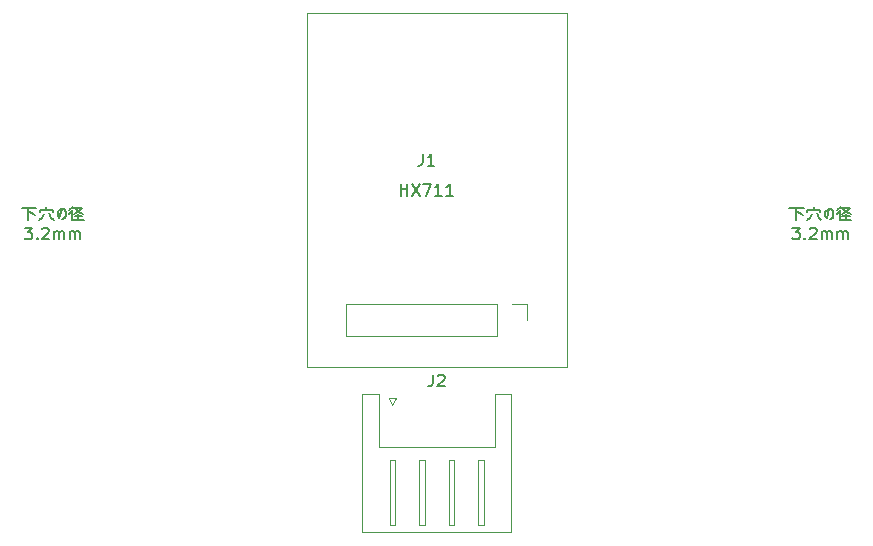
<source format=gbr>
%TF.GenerationSoftware,KiCad,Pcbnew,8.0.5*%
%TF.CreationDate,2025-02-28T15:26:59+09:00*%
%TF.ProjectId,PCB_HX711,5043425f-4858-4373-9131-2e6b69636164,rev?*%
%TF.SameCoordinates,Original*%
%TF.FileFunction,Legend,Top*%
%TF.FilePolarity,Positive*%
%FSLAX46Y46*%
G04 Gerber Fmt 4.6, Leading zero omitted, Abs format (unit mm)*
G04 Created by KiCad (PCBNEW 8.0.5) date 2025-02-28 15:26:59*
%MOMM*%
%LPD*%
G01*
G04 APERTURE LIST*
%ADD10C,0.100000*%
%ADD11C,0.150000*%
%ADD12C,0.120000*%
G04 APERTURE END LIST*
D10*
X113100000Y-53340000D02*
X135100000Y-53340000D01*
X135100000Y-83340000D01*
X113100000Y-83340000D01*
X113100000Y-53340000D01*
D11*
X153957144Y-69842200D02*
X155195239Y-69842200D01*
X154528572Y-69842200D02*
X154528572Y-70889819D01*
X154528572Y-70127914D02*
X155100001Y-70413628D01*
X155480953Y-69985057D02*
X155480953Y-70175533D01*
X156052381Y-69746961D02*
X156052381Y-69937438D01*
X155480953Y-69985057D02*
X156576191Y-69985057D01*
X156576191Y-69985057D02*
X156576191Y-70175533D01*
X155861905Y-70318390D02*
X155671429Y-70699342D01*
X155671429Y-70699342D02*
X155433334Y-70889819D01*
X156290476Y-70270771D02*
X156480953Y-70699342D01*
X156480953Y-70699342D02*
X156671429Y-70889819D01*
X157338095Y-69937438D02*
X157147619Y-70699342D01*
X157147619Y-70699342D02*
X157004762Y-70556485D01*
X157004762Y-70556485D02*
X157004762Y-70175533D01*
X157004762Y-70175533D02*
X157100000Y-69985057D01*
X157100000Y-69985057D02*
X157338095Y-69889819D01*
X157338095Y-69889819D02*
X157528571Y-69937438D01*
X157528571Y-69937438D02*
X157671428Y-70175533D01*
X157671428Y-70175533D02*
X157671428Y-70461247D01*
X157671428Y-70461247D02*
X157623809Y-70651723D01*
X157623809Y-70651723D02*
X157385714Y-70794580D01*
X158433333Y-70556485D02*
X159100000Y-70556485D01*
X158338095Y-70842200D02*
X159195238Y-70842200D01*
X158242857Y-70175533D02*
X158242857Y-70889819D01*
X158766666Y-70318390D02*
X158766666Y-70842200D01*
X158290476Y-69746961D02*
X158004762Y-70032676D01*
X158338095Y-70032676D02*
X157957143Y-70366009D01*
X158528571Y-69937438D02*
X158766666Y-70175533D01*
X158766666Y-70175533D02*
X159147619Y-70318390D01*
X158385714Y-69842200D02*
X159100000Y-69842200D01*
X159100000Y-69842200D02*
X158814285Y-70127914D01*
X158814285Y-70127914D02*
X158385714Y-70366009D01*
X154219048Y-71499763D02*
X154838095Y-71499763D01*
X154838095Y-71499763D02*
X154504762Y-71880715D01*
X154504762Y-71880715D02*
X154647619Y-71880715D01*
X154647619Y-71880715D02*
X154742857Y-71928334D01*
X154742857Y-71928334D02*
X154790476Y-71975953D01*
X154790476Y-71975953D02*
X154838095Y-72071191D01*
X154838095Y-72071191D02*
X154838095Y-72309286D01*
X154838095Y-72309286D02*
X154790476Y-72404524D01*
X154790476Y-72404524D02*
X154742857Y-72452144D01*
X154742857Y-72452144D02*
X154647619Y-72499763D01*
X154647619Y-72499763D02*
X154361905Y-72499763D01*
X154361905Y-72499763D02*
X154266667Y-72452144D01*
X154266667Y-72452144D02*
X154219048Y-72404524D01*
X155266667Y-72404524D02*
X155314286Y-72452144D01*
X155314286Y-72452144D02*
X155266667Y-72499763D01*
X155266667Y-72499763D02*
X155219048Y-72452144D01*
X155219048Y-72452144D02*
X155266667Y-72404524D01*
X155266667Y-72404524D02*
X155266667Y-72499763D01*
X155695238Y-71595001D02*
X155742857Y-71547382D01*
X155742857Y-71547382D02*
X155838095Y-71499763D01*
X155838095Y-71499763D02*
X156076190Y-71499763D01*
X156076190Y-71499763D02*
X156171428Y-71547382D01*
X156171428Y-71547382D02*
X156219047Y-71595001D01*
X156219047Y-71595001D02*
X156266666Y-71690239D01*
X156266666Y-71690239D02*
X156266666Y-71785477D01*
X156266666Y-71785477D02*
X156219047Y-71928334D01*
X156219047Y-71928334D02*
X155647619Y-72499763D01*
X155647619Y-72499763D02*
X156266666Y-72499763D01*
X156695238Y-72499763D02*
X156695238Y-71833096D01*
X156695238Y-71928334D02*
X156742857Y-71880715D01*
X156742857Y-71880715D02*
X156838095Y-71833096D01*
X156838095Y-71833096D02*
X156980952Y-71833096D01*
X156980952Y-71833096D02*
X157076190Y-71880715D01*
X157076190Y-71880715D02*
X157123809Y-71975953D01*
X157123809Y-71975953D02*
X157123809Y-72499763D01*
X157123809Y-71975953D02*
X157171428Y-71880715D01*
X157171428Y-71880715D02*
X157266666Y-71833096D01*
X157266666Y-71833096D02*
X157409523Y-71833096D01*
X157409523Y-71833096D02*
X157504762Y-71880715D01*
X157504762Y-71880715D02*
X157552381Y-71975953D01*
X157552381Y-71975953D02*
X157552381Y-72499763D01*
X158028571Y-72499763D02*
X158028571Y-71833096D01*
X158028571Y-71928334D02*
X158076190Y-71880715D01*
X158076190Y-71880715D02*
X158171428Y-71833096D01*
X158171428Y-71833096D02*
X158314285Y-71833096D01*
X158314285Y-71833096D02*
X158409523Y-71880715D01*
X158409523Y-71880715D02*
X158457142Y-71975953D01*
X158457142Y-71975953D02*
X158457142Y-72499763D01*
X158457142Y-71975953D02*
X158504761Y-71880715D01*
X158504761Y-71880715D02*
X158599999Y-71833096D01*
X158599999Y-71833096D02*
X158742856Y-71833096D01*
X158742856Y-71833096D02*
X158838095Y-71880715D01*
X158838095Y-71880715D02*
X158885714Y-71975953D01*
X158885714Y-71975953D02*
X158885714Y-72499763D01*
X88957144Y-69842200D02*
X90195239Y-69842200D01*
X89528572Y-69842200D02*
X89528572Y-70889819D01*
X89528572Y-70127914D02*
X90100001Y-70413628D01*
X90480953Y-69985057D02*
X90480953Y-70175533D01*
X91052381Y-69746961D02*
X91052381Y-69937438D01*
X90480953Y-69985057D02*
X91576191Y-69985057D01*
X91576191Y-69985057D02*
X91576191Y-70175533D01*
X90861905Y-70318390D02*
X90671429Y-70699342D01*
X90671429Y-70699342D02*
X90433334Y-70889819D01*
X91290476Y-70270771D02*
X91480953Y-70699342D01*
X91480953Y-70699342D02*
X91671429Y-70889819D01*
X92338095Y-69937438D02*
X92147619Y-70699342D01*
X92147619Y-70699342D02*
X92004762Y-70556485D01*
X92004762Y-70556485D02*
X92004762Y-70175533D01*
X92004762Y-70175533D02*
X92100000Y-69985057D01*
X92100000Y-69985057D02*
X92338095Y-69889819D01*
X92338095Y-69889819D02*
X92528571Y-69937438D01*
X92528571Y-69937438D02*
X92671428Y-70175533D01*
X92671428Y-70175533D02*
X92671428Y-70461247D01*
X92671428Y-70461247D02*
X92623809Y-70651723D01*
X92623809Y-70651723D02*
X92385714Y-70794580D01*
X93433333Y-70556485D02*
X94100000Y-70556485D01*
X93338095Y-70842200D02*
X94195238Y-70842200D01*
X93242857Y-70175533D02*
X93242857Y-70889819D01*
X93766666Y-70318390D02*
X93766666Y-70842200D01*
X93290476Y-69746961D02*
X93004762Y-70032676D01*
X93338095Y-70032676D02*
X92957143Y-70366009D01*
X93528571Y-69937438D02*
X93766666Y-70175533D01*
X93766666Y-70175533D02*
X94147619Y-70318390D01*
X93385714Y-69842200D02*
X94100000Y-69842200D01*
X94100000Y-69842200D02*
X93814285Y-70127914D01*
X93814285Y-70127914D02*
X93385714Y-70366009D01*
X89219048Y-71499763D02*
X89838095Y-71499763D01*
X89838095Y-71499763D02*
X89504762Y-71880715D01*
X89504762Y-71880715D02*
X89647619Y-71880715D01*
X89647619Y-71880715D02*
X89742857Y-71928334D01*
X89742857Y-71928334D02*
X89790476Y-71975953D01*
X89790476Y-71975953D02*
X89838095Y-72071191D01*
X89838095Y-72071191D02*
X89838095Y-72309286D01*
X89838095Y-72309286D02*
X89790476Y-72404524D01*
X89790476Y-72404524D02*
X89742857Y-72452144D01*
X89742857Y-72452144D02*
X89647619Y-72499763D01*
X89647619Y-72499763D02*
X89361905Y-72499763D01*
X89361905Y-72499763D02*
X89266667Y-72452144D01*
X89266667Y-72452144D02*
X89219048Y-72404524D01*
X90266667Y-72404524D02*
X90314286Y-72452144D01*
X90314286Y-72452144D02*
X90266667Y-72499763D01*
X90266667Y-72499763D02*
X90219048Y-72452144D01*
X90219048Y-72452144D02*
X90266667Y-72404524D01*
X90266667Y-72404524D02*
X90266667Y-72499763D01*
X90695238Y-71595001D02*
X90742857Y-71547382D01*
X90742857Y-71547382D02*
X90838095Y-71499763D01*
X90838095Y-71499763D02*
X91076190Y-71499763D01*
X91076190Y-71499763D02*
X91171428Y-71547382D01*
X91171428Y-71547382D02*
X91219047Y-71595001D01*
X91219047Y-71595001D02*
X91266666Y-71690239D01*
X91266666Y-71690239D02*
X91266666Y-71785477D01*
X91266666Y-71785477D02*
X91219047Y-71928334D01*
X91219047Y-71928334D02*
X90647619Y-72499763D01*
X90647619Y-72499763D02*
X91266666Y-72499763D01*
X91695238Y-72499763D02*
X91695238Y-71833096D01*
X91695238Y-71928334D02*
X91742857Y-71880715D01*
X91742857Y-71880715D02*
X91838095Y-71833096D01*
X91838095Y-71833096D02*
X91980952Y-71833096D01*
X91980952Y-71833096D02*
X92076190Y-71880715D01*
X92076190Y-71880715D02*
X92123809Y-71975953D01*
X92123809Y-71975953D02*
X92123809Y-72499763D01*
X92123809Y-71975953D02*
X92171428Y-71880715D01*
X92171428Y-71880715D02*
X92266666Y-71833096D01*
X92266666Y-71833096D02*
X92409523Y-71833096D01*
X92409523Y-71833096D02*
X92504762Y-71880715D01*
X92504762Y-71880715D02*
X92552381Y-71975953D01*
X92552381Y-71975953D02*
X92552381Y-72499763D01*
X93028571Y-72499763D02*
X93028571Y-71833096D01*
X93028571Y-71928334D02*
X93076190Y-71880715D01*
X93076190Y-71880715D02*
X93171428Y-71833096D01*
X93171428Y-71833096D02*
X93314285Y-71833096D01*
X93314285Y-71833096D02*
X93409523Y-71880715D01*
X93409523Y-71880715D02*
X93457142Y-71975953D01*
X93457142Y-71975953D02*
X93457142Y-72499763D01*
X93457142Y-71975953D02*
X93504761Y-71880715D01*
X93504761Y-71880715D02*
X93599999Y-71833096D01*
X93599999Y-71833096D02*
X93742856Y-71833096D01*
X93742856Y-71833096D02*
X93838095Y-71880715D01*
X93838095Y-71880715D02*
X93885714Y-71975953D01*
X93885714Y-71975953D02*
X93885714Y-72499763D01*
X122906666Y-65254819D02*
X122906666Y-65969104D01*
X122906666Y-65969104D02*
X122859047Y-66111961D01*
X122859047Y-66111961D02*
X122763809Y-66207200D01*
X122763809Y-66207200D02*
X122620952Y-66254819D01*
X122620952Y-66254819D02*
X122525714Y-66254819D01*
X123906666Y-66254819D02*
X123335238Y-66254819D01*
X123620952Y-66254819D02*
X123620952Y-65254819D01*
X123620952Y-65254819D02*
X123525714Y-65397676D01*
X123525714Y-65397676D02*
X123430476Y-65492914D01*
X123430476Y-65492914D02*
X123335238Y-65540533D01*
X121049524Y-68794819D02*
X121049524Y-67794819D01*
X121049524Y-68271009D02*
X121620952Y-68271009D01*
X121620952Y-68794819D02*
X121620952Y-67794819D01*
X122001905Y-67794819D02*
X122668571Y-68794819D01*
X122668571Y-67794819D02*
X122001905Y-68794819D01*
X122954286Y-67794819D02*
X123620952Y-67794819D01*
X123620952Y-67794819D02*
X123192381Y-68794819D01*
X124525714Y-68794819D02*
X123954286Y-68794819D01*
X124240000Y-68794819D02*
X124240000Y-67794819D01*
X124240000Y-67794819D02*
X124144762Y-67937676D01*
X124144762Y-67937676D02*
X124049524Y-68032914D01*
X124049524Y-68032914D02*
X123954286Y-68080533D01*
X125478095Y-68794819D02*
X124906667Y-68794819D01*
X125192381Y-68794819D02*
X125192381Y-67794819D01*
X125192381Y-67794819D02*
X125097143Y-67937676D01*
X125097143Y-67937676D02*
X125001905Y-68032914D01*
X125001905Y-68032914D02*
X124906667Y-68080533D01*
X123766666Y-83944819D02*
X123766666Y-84659104D01*
X123766666Y-84659104D02*
X123719047Y-84801961D01*
X123719047Y-84801961D02*
X123623809Y-84897200D01*
X123623809Y-84897200D02*
X123480952Y-84944819D01*
X123480952Y-84944819D02*
X123385714Y-84944819D01*
X124195238Y-84040057D02*
X124242857Y-83992438D01*
X124242857Y-83992438D02*
X124338095Y-83944819D01*
X124338095Y-83944819D02*
X124576190Y-83944819D01*
X124576190Y-83944819D02*
X124671428Y-83992438D01*
X124671428Y-83992438D02*
X124719047Y-84040057D01*
X124719047Y-84040057D02*
X124766666Y-84135295D01*
X124766666Y-84135295D02*
X124766666Y-84230533D01*
X124766666Y-84230533D02*
X124719047Y-84373390D01*
X124719047Y-84373390D02*
X124147619Y-84944819D01*
X124147619Y-84944819D02*
X124766666Y-84944819D01*
D12*
%TO.C,J1*%
X116420000Y-78010000D02*
X116420000Y-80670000D01*
X129180000Y-78010000D02*
X116420000Y-78010000D01*
X129180000Y-78010000D02*
X129180000Y-80670000D01*
X129180000Y-80670000D02*
X116420000Y-80670000D01*
X130450000Y-78010000D02*
X131780000Y-78010000D01*
X131780000Y-78010000D02*
X131780000Y-79340000D01*
%TO.C,J2*%
X117790000Y-85580000D02*
X119210000Y-85580000D01*
X117790000Y-97300000D02*
X117790000Y-85580000D01*
X119210000Y-85580000D02*
X119210000Y-90080000D01*
X119210000Y-90080000D02*
X124100000Y-90080000D01*
X120050000Y-85890000D02*
X120650000Y-85890000D01*
X120100000Y-91190000D02*
X120100000Y-96690000D01*
X120100000Y-96690000D02*
X120600000Y-96690000D01*
X120350000Y-86490000D02*
X120050000Y-85890000D01*
X120600000Y-91190000D02*
X120100000Y-91190000D01*
X120600000Y-96690000D02*
X120600000Y-91190000D01*
X120650000Y-85890000D02*
X120350000Y-86490000D01*
X122600000Y-91190000D02*
X122600000Y-96690000D01*
X122600000Y-96690000D02*
X123100000Y-96690000D01*
X123100000Y-91190000D02*
X122600000Y-91190000D01*
X123100000Y-96690000D02*
X123100000Y-91190000D01*
X124100000Y-97300000D02*
X117790000Y-97300000D01*
X124100000Y-97300000D02*
X130410000Y-97300000D01*
X125100000Y-91190000D02*
X125100000Y-96690000D01*
X125100000Y-96690000D02*
X125600000Y-96690000D01*
X125600000Y-91190000D02*
X125100000Y-91190000D01*
X125600000Y-96690000D02*
X125600000Y-91190000D01*
X127600000Y-91190000D02*
X127600000Y-96690000D01*
X127600000Y-96690000D02*
X128100000Y-96690000D01*
X128100000Y-91190000D02*
X127600000Y-91190000D01*
X128100000Y-96690000D02*
X128100000Y-91190000D01*
X128990000Y-85580000D02*
X128990000Y-90080000D01*
X128990000Y-90080000D02*
X124100000Y-90080000D01*
X130410000Y-85580000D02*
X128990000Y-85580000D01*
X130410000Y-97300000D02*
X130410000Y-85580000D01*
%TD*%
M02*

</source>
